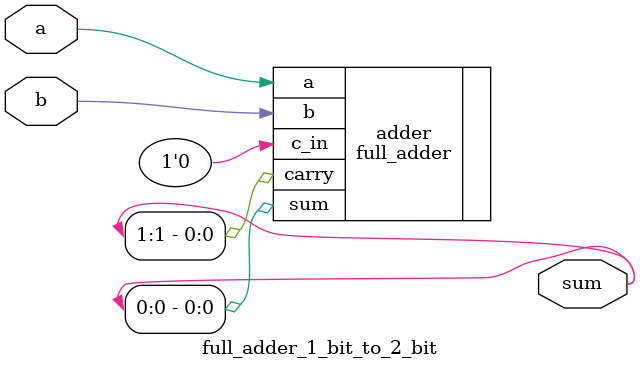
<source format=sv>

/*
* This Source Code Form is subject to the terms of the Mozilla Public
* License, v. 2.0. If a copy of the MPL was not distributed with this
* file, You can obtain one at https: //mozilla.org/MPL/2.0/.
*/
`default_nettype none

/* svlint off style_keyword_datatype */
/* svlint off keyword_forbidden_wire_reg */
module full_adder_1_bit_to_2_bit(
    input  wire       a,
    input  wire       b,
    output wire [1:0] sum
);
/* svlint on keyword_forbidden_wire_reg */
/* svlint on style_keyword_datatype */

full_adder adder(
    .a(a),
    .b(b),
    .c_in(1'b0),
    .sum(sum[0]),
    .carry(sum[1])
);

endmodule

`default_nettype wire

</source>
